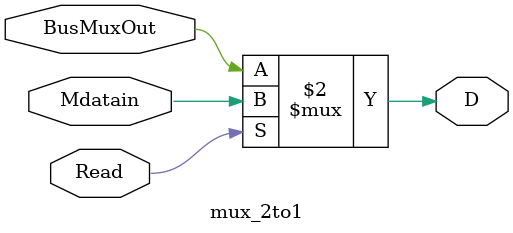
<source format=v>
module mux_2to1(BusMuxOut, Mdatain, Read, D);

input BusMuxOut, Mdatain, Read;

output D;

assign D = (Read == 1) ? Mdatain : BusMuxOut;

endmodule

</source>
